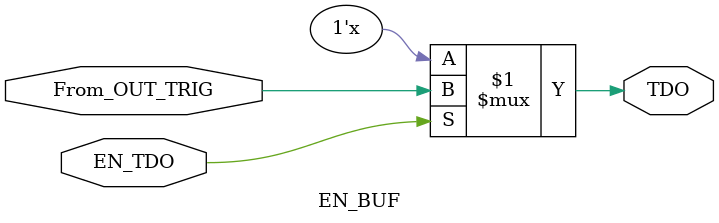
<source format=v>
`timescale 1ns / 1ps
module EN_BUF(
    input From_OUT_TRIG,
    input EN_TDO,
    output TDO
    );
	
	assign TDO = EN_TDO ? From_OUT_TRIG : 1'bZ;

endmodule

</source>
